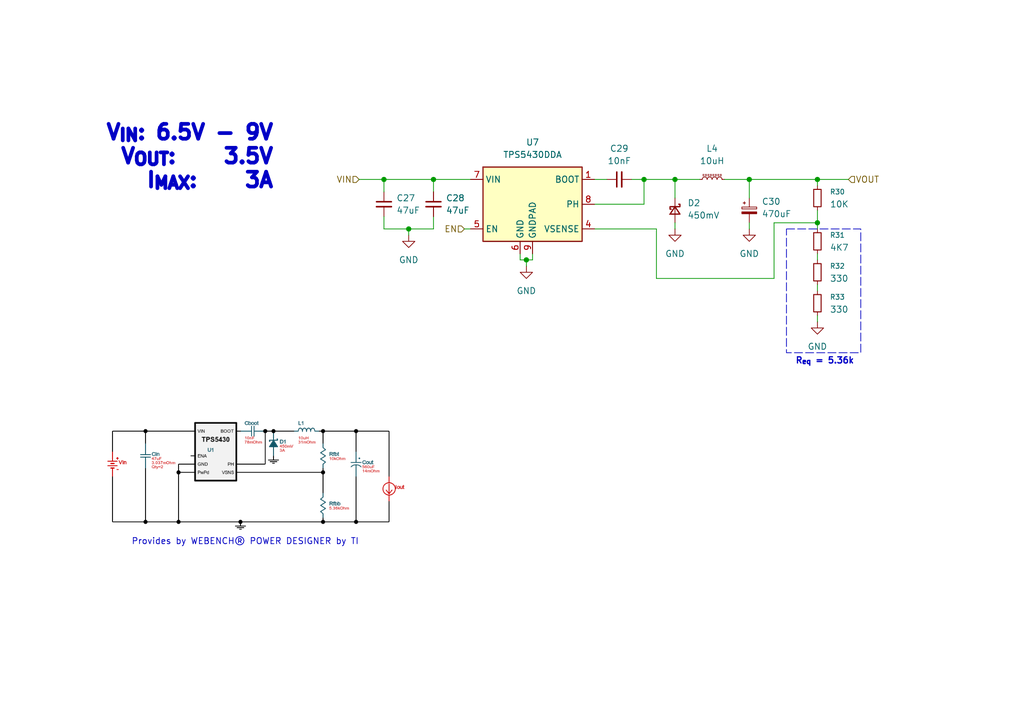
<source format=kicad_sch>
(kicad_sch (version 20250114) (generator "eeschema") (generator_version "9.0")
  (paper "A5")
  (lib_symbols
    (symbol "Device:C_Polarized_Small" (pin_numbers (hide yes)) (pin_names (offset 0.254) (hide yes))
      (property "Reference" "C" (at 0.254 1.778 0))
      (property "Value" "C_Polarized_Small" (at 0.254 -2.032 0))
      (symbol "C_Polarized_Small_0_1"
        (rectangle (start -1.524 0.6858) (end 1.524 0.3048))
        (rectangle (start -1.524 -0.3048) (end 1.524 -0.6858) (fill (type outline)))
        (polyline (pts (xy -1.27 1.524) (xy -0.762 1.524)))
        (polyline (pts (xy -1.016 1.27) (xy -1.016 1.778)))
      )
      (symbol "C_Polarized_Small_1_1"
        (pin passive line (at 0 2.54 270) (length 1.8542) (name "~") (number "1"))
        (pin passive line (at 0 -2.54 90) (length 1.8542) (name "~") (number "2"))
      )
    )
    (symbol "Device:C_Small" (pin_numbers (hide yes)) (pin_names (offset 0.254) (hide yes))
      (property "Reference" "C" (at 0.254 1.778 0))
      (property "Value" "C_Small" (at 0.254 -2.032 0))
      (symbol "C_Small_0_1"
        (polyline (pts (xy -1.524 0.508) (xy 1.524 0.508)) (stroke (width 0.3048)))
        (polyline (pts (xy -1.524 -0.508) (xy 1.524 -0.508)) (stroke (width 0.3302)))
      )
      (symbol "C_Small_1_1"
        (pin passive line (at 0 2.54 270) (length 2.032) (name "~") (number "1"))
        (pin passive line (at 0 -2.54 90) (length 2.032) (name "~") (number "2"))
      )
    )
    (symbol "Device:D_Schottky_Small" (pin_numbers (hide yes)) (pin_names (offset 0.254) (hide yes))
      (property "Reference" "D" (at -1.27 2.032 0))
      (property "Value" "D_Schottky_Small" (at -7.112 -2.032 0))
      (symbol "D_Schottky_Small_0_1"
        (polyline (pts (xy -1.27 0.762) (xy -1.27 1.016) (xy -0.762 1.016) (xy -0.762 -1.016) (xy -0.254 -1.016) (xy -0.254 -0.762)) (stroke (width 0.254)))
        (polyline (pts (xy -0.762 0) (xy 0.762 0)))
        (polyline (pts (xy 0.762 -1.016) (xy -0.762 0) (xy 0.762 1.016) (xy 0.762 -1.016)) (stroke (width 0.254)))
      )
      (symbol "D_Schottky_Small_1_1"
        (pin passive line (at -2.54 0 0) (length 1.778) (name "K") (number "1"))
        (pin passive line (at 2.54 0 180) (length 1.778) (name "A") (number "2"))
      )
    )
    (symbol "Device:L_Ferrite_Small" (pin_numbers (hide yes)) (pin_names (offset 0.254) (hide yes))
      (property "Reference" "L" (at 1.27 1.016 0))
      (property "Value" "L_Ferrite_Small" (at 1.27 -1.27 0))
      (symbol "L_Ferrite_Small_0_1"
        (arc (start 0 2.032) (mid 0.5058 1.524) (end 0 1.016))
        (arc (start 0 1.016) (mid 0.5058 0.508) (end 0 0))
        (arc (start 0 0) (mid 0.5058 -0.508) (end 0 -1.016))
        (arc (start 0 -1.016) (mid 0.5058 -1.524) (end 0 -2.032))
        (polyline (pts (xy 0.762 1.651) (xy 0.762 1.905)))
        (polyline (pts (xy 0.762 1.143) (xy 0.762 1.397)))
        (polyline (pts (xy 0.762 0.635) (xy 0.762 0.889)))
        (polyline (pts (xy 0.762 0.127) (xy 0.762 0.381)))
        (polyline (pts (xy 0.762 -0.381) (xy 0.762 -0.127)))
        (polyline (pts (xy 0.762 -0.889) (xy 0.762 -0.635)))
        (polyline (pts (xy 0.762 -1.397) (xy 0.762 -1.143)))
        (polyline (pts (xy 0.762 -1.905) (xy 0.762 -1.651)))
        (polyline (pts (xy 1.016 1.905) (xy 1.016 1.651)))
        (polyline (pts (xy 1.016 1.397) (xy 1.016 1.143)))
        (polyline (pts (xy 1.016 0.889) (xy 1.016 0.635)))
        (polyline (pts (xy 1.016 0.381) (xy 1.016 0.127)))
        (polyline (pts (xy 1.016 -0.127) (xy 1.016 -0.381)))
        (polyline (pts (xy 1.016 -0.635) (xy 1.016 -0.889)))
        (polyline (pts (xy 1.016 -1.143) (xy 1.016 -1.397)))
        (polyline (pts (xy 1.016 -1.651) (xy 1.016 -1.905)))
      )
      (symbol "L_Ferrite_Small_1_1"
        (pin passive line (at 0 2.54 270) (length 0.508) (name "~") (number "1"))
        (pin passive line (at 0 -2.54 90) (length 0.508) (name "~") (number "2"))
      )
    )
    (symbol "Device:R_Small" (pin_numbers (hide yes)) (pin_names (offset 0.254) (hide yes))
      (property "Reference" "R" (at 0 0 90))
      (property "Value" "R_Small" (at 1.778 0 90))
      (symbol "R_Small_0_1"
        (rectangle (start -0.762 1.778) (end 0.762 -1.778) (stroke (width 0.2032)))
      )
      (symbol "R_Small_1_1"
        (pin passive line (at 0 2.54 270) (length 0.762) (name "~") (number "1"))
        (pin passive line (at 0 -2.54 90) (length 0.762) (name "~") (number "2"))
      )
    )
    (symbol "Regulator_Switching:TPS5430DDA"
      (property "Reference" "U" (at -10.16 8.89 0))
      (property "Value" "TPS5430DDA" (at -1.27 8.89 0))
      (symbol "TPS5430DDA_0_1"
        (rectangle (start -10.16 7.62) (end 10.16 -7.62) (stroke (width 0.254)) (fill (type background)))
      )
      (symbol "TPS5430DDA_1_1"
        (pin power_in line (at -12.7 5.08 0) (length 2.54) (name "VIN") (number "7"))
        (pin input line (at -12.7 -5.08 0) (length 2.54) (name "EN") (number "5"))
        (pin no_connect line (at -10.16 2.54 0) (length 2.54) (hide yes) (name "NC") (number "2"))
        (pin no_connect line (at -10.16 -2.54 0) (length 2.54) (hide yes) (name "NC") (number "3"))
        (pin power_in line (at -2.54 -10.16 90) (length 2.54) (name "GND") (number "6"))
        (pin power_in line (at 0 -10.16 90) (length 2.54) (name "GNDPAD") (number "9"))
        (pin input line (at 12.7 5.08 180) (length 2.54) (name "BOOT") (number "1"))
        (pin output line (at 12.7 0 180) (length 2.54) (name "PH") (number "8"))
        (pin input line (at 12.7 -5.08 180) (length 2.54) (name "VSENSE") (number "4"))
      )
    )
    (symbol "power:GND" (power) (pin_numbers (hide yes)) (pin_names (offset 0) (hide yes))
      (property "Value" "GND" (at 0 -3.81 0))
      (symbol "GND_0_1"
        (polyline (pts (xy 0 0) (xy 0 -1.27) (xy 1.27 -1.27) (xy 0 -2.54) (xy -1.27 -1.27) (xy 0 -1.27)))
      )
      (symbol "GND_1_1"
        (pin power_in line (at 0 0 270) (length 0) (name "~") (number "1"))
      )
    )
  )
  (rectangle (start 161.29 46.99) (end 176.53 72.39) (stroke (width 0) (type dash)))
  (text "R_{eq} = 5.36k\n" (at 169.164 74.168 0) (effects (font (size 1.27 1.27) (thickness 0.254) (bold yes))))
  (text "V_{IN}: 6.5V - 9V\nV_{OUT}:	3.5V\nI_{MAX}: 	3A\n" (at 56.388 32.258 0) (effects (font (size 3.048 3.048) (thickness 0.762) (bold yes)) (justify right)))
  (text "Provides by WEBENCH® POWER DESIGNER by TI" (at 50.292 111.252 0) (effects (font (size 1.27 1.27))))
  (junction (at 153.67 36.83))
  (junction (at 132.08 36.83))
  (junction (at 107.95 53.34))
  (junction (at 78.74 36.83))
  (junction (at 83.82 46.99))
  (junction (at 138.43 36.83))
  (junction (at 88.9 36.83))
  (junction (at 167.64 36.83))
  (junction (at 167.64 45.72))
  (wire (pts (xy 121.92 36.83) (xy 124.46 36.83)))
  (wire (pts (xy 134.62 57.15) (xy 158.75 57.15)))
  (wire (pts (xy 109.22 53.34) (xy 109.22 52.07)))
  (wire (pts (xy 134.62 46.99) (xy 134.62 57.15)))
  (wire (pts (xy 132.08 41.91) (xy 132.08 36.83)))
  (wire (pts (xy 121.92 41.91) (xy 132.08 41.91)))
  (wire (pts (xy 167.64 36.83) (xy 173.99 36.83)))
  (wire (pts (xy 167.64 66.04) (xy 167.64 64.77)))
  (wire (pts (xy 153.67 46.99) (xy 153.67 45.72)))
  (wire (pts (xy 132.08 36.83) (xy 129.54 36.83)))
  (wire (pts (xy 78.74 39.37) (xy 78.74 36.83)))
  (wire (pts (xy 83.82 46.99) (xy 88.9 46.99)))
  (wire (pts (xy 167.64 43.18) (xy 167.64 45.72)))
  (wire (pts (xy 78.74 46.99) (xy 83.82 46.99)))
  (wire (pts (xy 132.08 36.83) (xy 138.43 36.83)))
  (wire (pts (xy 95.25 46.99) (xy 96.52 46.99)))
  (wire (pts (xy 153.67 36.83) (xy 148.59 36.83)))
  (wire (pts (xy 138.43 46.99) (xy 138.43 45.72)))
  (wire (pts (xy 153.67 36.83) (xy 167.64 36.83)))
  (wire (pts (xy 78.74 36.83) (xy 88.9 36.83)))
  (wire (pts (xy 158.75 45.72) (xy 167.64 45.72)))
  (wire (pts (xy 121.92 46.99) (xy 134.62 46.99)))
  (wire (pts (xy 88.9 39.37) (xy 88.9 36.83)))
  (wire (pts (xy 107.95 53.34) (xy 107.95 54.61)))
  (wire (pts (xy 88.9 46.99) (xy 88.9 44.45)))
  (wire (pts (xy 107.95 53.34) (xy 109.22 53.34)))
  (wire (pts (xy 138.43 36.83) (xy 138.43 40.64)))
  (wire (pts (xy 106.68 53.34) (xy 107.95 53.34)))
  (wire (pts (xy 78.74 44.45) (xy 78.74 46.99)))
  (wire (pts (xy 88.9 36.83) (xy 96.52 36.83)))
  (wire (pts (xy 143.51 36.83) (xy 138.43 36.83)))
  (wire (pts (xy 73.66 36.83) (xy 78.74 36.83)))
  (wire (pts (xy 83.82 46.99) (xy 83.82 48.26)))
  (wire (pts (xy 167.64 58.42) (xy 167.64 59.69)))
  (wire (pts (xy 167.64 36.83) (xy 167.64 38.1)))
  (wire (pts (xy 153.67 36.83) (xy 153.67 40.64)))
  (wire (pts (xy 167.64 52.07) (xy 167.64 53.34)))
  (wire (pts (xy 167.64 46.99) (xy 167.64 45.72)))
  (wire (pts (xy 158.75 57.15) (xy 158.75 45.72)))
  (wire (pts (xy 106.68 52.07) (xy 106.68 53.34)))
  (image (at 52.07 97.79))
  (hierarchical_label "VIN" (shape input) (at 73.66 36.83 180))
  (hierarchical_label "EN" (shape input) (at 95.25 46.99 180))
  (hierarchical_label "VOUT" (shape input) (at 173.99 36.83 0))
  (symbol (lib_id "Device:R_Small") (at 167.64 49.53 0) (unit 1)
    (property "Reference" "R27" (at 170.18 48.2599 0) (effects (font (size 1.016 1.016)) (justify left)))
    (property "Value" "4K7" (at 170.18 50.7999 0) (effects (justify left)))
    (property "Footprint" "Resistor_SMD:R_0805_2012Metric_Pad1.20x1.40mm_HandSolder" (effects (hide yes)))
    (property "Description" "Resistor, small symbol" (effects (hide yes)))
    (instances (project "SupplyBoardCompVuelo" (path "" (reference "R31") (unit 1)) (path "" (reference "R27") (unit 1))))
  )
  (symbol (lib_id "Device:C_Polarized_Small") (at 153.67 43.18 0) (unit 1)
    (property "Reference" "C26" (at 156.21 41.3638 0) (effects (justify left)))
    (property "Value" "470uF" (at 156.21 43.9038 0) (effects (justify left)))
    (property "Footprint" "Capacitor_Tantalum_SMD:CP_EIA-7343-31_Kemet-D_HandSolder" (effects (hide yes)))
    (property "Description" "Polarized capacitor, small symbol" (effects (hide yes)))
    (instances (project "SupplyBoardCompVuelo" (path "" (reference "C30") (unit 1)) (path "" (reference "C26") (unit 1))))
  )
  (symbol (lib_id "power:GND") (at 107.95 54.61 0) (unit 1)
    (property "Reference" "#PWR071" (effects (hide yes)))
    (property "Value" "GND" (at 107.95 59.69 0))
    (property "Description" "Power symbol creates a global label with name \"GND\" , ground" (effects (hide yes)))
    (instances (project "SupplyBoardCompVuelo" (path "" (reference "#PWR076") (unit 1)) (path "" (reference "#PWR071") (unit 1))))
  )
  (symbol (lib_id "Device:R_Small") (at 167.64 55.88 0) (unit 1)
    (property "Reference" "R28" (at 170.18 54.6099 0) (effects (font (size 1.016 1.016)) (justify left)))
    (property "Value" "330" (at 170.18 57.1499 0) (effects (justify left)))
    (property "Footprint" "Resistor_SMD:R_0805_2012Metric_Pad1.20x1.40mm_HandSolder" (effects (hide yes)))
    (property "Description" "Resistor, small symbol" (effects (hide yes)))
    (instances (project "SupplyBoardCompVuelo" (path "" (reference "R32") (unit 1)) (path "" (reference "R28") (unit 1))))
  )
  (symbol (lib_id "power:GND") (at 138.43 46.99 0) (unit 1)
    (property "Reference" "#PWR072" (effects (hide yes)))
    (property "Value" "GND" (at 138.43 52.07 0))
    (property "Description" "Power symbol creates a global label with name \"GND\" , ground" (effects (hide yes)))
    (instances (project "SupplyBoardCompVuelo" (path "" (reference "#PWR077") (unit 1)) (path "" (reference "#PWR072") (unit 1))))
  )
  (symbol (lib_id "Device:D_Schottky_Small") (at 138.43 43.18 270) (unit 1)
    (property "Reference" "D1" (at 140.97 41.6559 90) (effects (justify left)))
    (property "Value" "450mV" (at 140.97 44.1959 90) (effects (justify left)))
    (property "Footprint" "Diode_SMD:D_SMA" (effects (hide yes)))
    (property "Description" "Schottky diode, small symbol" (effects (hide yes)))
    (instances (project "SupplyBoardCompVuelo" (path "" (reference "D2") (unit 1)) (path "" (reference "D1") (unit 1))))
  )
  (symbol (lib_id "Regulator_Switching:TPS5430DDA") (at 109.22 41.91 0) (unit 1)
    (property "Reference" "U6" (at 109.22 29.21 0))
    (property "Value" "TPS5430DDA" (at 109.22 31.75 0))
    (property "Footprint" "CompVuelo:Texas_S-PDSO-G8_3x3mm_P0.65mm" (effects (hide yes)))
    (property "Datasheet" "http://www.ti.com/lit/ds/symlink/tps5430.pdf" (effects (hide yes)))
    (property "Description" "3A, Step Down Swift Converter, Adjustable Output Voltage, 5.5-36V Input Voltage, PowerSO-8" (effects (hide yes)))
    (instances (project "SupplyBoardCompVuelo" (path "" (reference "U7") (unit 1)) (path "" (reference "U6") (unit 1))))
  )
  (symbol (lib_id "power:GND") (at 167.64 66.04 0) (unit 1)
    (property "Reference" "#PWR074" (effects (hide yes)))
    (property "Value" "GND" (at 167.64 71.12 0))
    (property "Description" "Power symbol creates a global label with name \"GND\" , ground" (effects (hide yes)))
    (instances (project "SupplyBoardCompVuelo" (path "" (reference "#PWR079") (unit 1)) (path "" (reference "#PWR074") (unit 1))))
  )
  (symbol (lib_id "power:GND") (at 83.82 48.26 0) (unit 1)
    (property "Reference" "#PWR070" (effects (hide yes)))
    (property "Value" "GND" (at 83.82 53.34 0))
    (property "Description" "Power symbol creates a global label with name \"GND\" , ground" (effects (hide yes)))
    (instances (project "SupplyBoardCompVuelo" (path "" (reference "#PWR075") (unit 1)) (path "" (reference "#PWR070") (unit 1))))
  )
  (symbol (lib_id "Device:C_Small") (at 88.9 41.91 0) (unit 1)
    (property "Reference" "C24" (at 91.44 40.6462 0) (effects (justify left)))
    (property "Value" "47uF" (at 91.44 43.1862 0) (effects (justify left)))
    (property "Footprint" "Capacitor_SMD:C_0805_2012Metric_Pad1.18x1.45mm_HandSolder" (effects (hide yes)))
    (property "Description" "Unpolarized capacitor, small symbol" (effects (hide yes)))
    (instances (project "SupplyBoardCompVuelo" (path "" (reference "C28") (unit 1)) (path "" (reference "C24") (unit 1))))
  )
  (symbol (lib_id "Device:C_Small") (at 127 36.83 90) (unit 1)
    (property "Reference" "C25" (at 127.0063 30.48 90))
    (property "Value" "10nF" (at 127.0063 33.02 90))
    (property "Footprint" "Capacitor_SMD:C_0805_2012Metric_Pad1.18x1.45mm_HandSolder" (effects (hide yes)))
    (property "Description" "Unpolarized capacitor, small symbol" (effects (hide yes)))
    (instances (project "SupplyBoardCompVuelo" (path "" (reference "C29") (unit 1)) (path "" (reference "C25") (unit 1))))
  )
  (symbol (lib_id "Device:R_Small") (at 167.64 40.64 0) (unit 1)
    (property "Reference" "R26" (at 170.18 39.3699 0) (effects (font (size 1.016 1.016)) (justify left)))
    (property "Value" "10K" (at 170.18 41.9099 0) (effects (justify left)))
    (property "Footprint" "Resistor_SMD:R_0805_2012Metric_Pad1.20x1.40mm_HandSolder" (effects (hide yes)))
    (property "Description" "Resistor, small symbol" (effects (hide yes)))
    (instances (project "SupplyBoardCompVuelo" (path "" (reference "R30") (unit 1)) (path "" (reference "R26") (unit 1))))
  )
  (symbol (lib_id "Device:L_Ferrite_Small") (at 146.05 36.83 90) (unit 1)
    (property "Reference" "L3" (at 146.05 30.48 90))
    (property "Value" "10uH" (at 146.05 33.02 90))
    (property "Footprint" "Inductor_SMD:L_Bourns_SRN6045TA" (effects (hide yes)))
    (property "Description" "Inductor with ferrite core, small symbol" (effects (hide yes)))
    (instances (project "SupplyBoardCompVuelo" (path "" (reference "L4") (unit 1)) (path "" (reference "L3") (unit 1))))
  )
  (symbol (lib_id "power:GND") (at 153.67 46.99 0) (unit 1)
    (property "Reference" "#PWR073" (effects (hide yes)))
    (property "Value" "GND" (at 153.67 52.07 0))
    (property "Description" "Power symbol creates a global label with name \"GND\" , ground" (effects (hide yes)))
    (instances (project "SupplyBoardCompVuelo" (path "" (reference "#PWR078") (unit 1)) (path "" (reference "#PWR073") (unit 1))))
  )
  (symbol (lib_id "Device:C_Small") (at 78.74 41.91 0) (unit 1)
    (property "Reference" "C23" (at 81.28 40.6462 0) (effects (justify left)))
    (property "Value" "47uF" (at 81.28 43.1862 0) (effects (justify left)))
    (property "Footprint" "Capacitor_SMD:C_0805_2012Metric_Pad1.18x1.45mm_HandSolder" (effects (hide yes)))
    (property "Description" "Unpolarized capacitor, small symbol" (effects (hide yes)))
    (instances (project "SupplyBoardCompVuelo" (path "" (reference "C27") (unit 1)) (path "" (reference "C23") (unit 1))))
  )
  (symbol (lib_id "Device:R_Small") (at 167.64 62.23 0) (unit 1)
    (property "Reference" "R29" (at 170.18 60.9599 0) (effects (font (size 1.016 1.016)) (justify left)))
    (property "Value" "330" (at 170.18 63.4999 0) (effects (justify left)))
    (property "Footprint" "Resistor_SMD:R_0805_2012Metric_Pad1.20x1.40mm_HandSolder" (effects (hide yes)))
    (property "Description" "Resistor, small symbol" (effects (hide yes)))
    (instances (project "SupplyBoardCompVuelo" (path "" (reference "R33") (unit 1)) (path "" (reference "R29") (unit 1))))
  )
)
</source>
